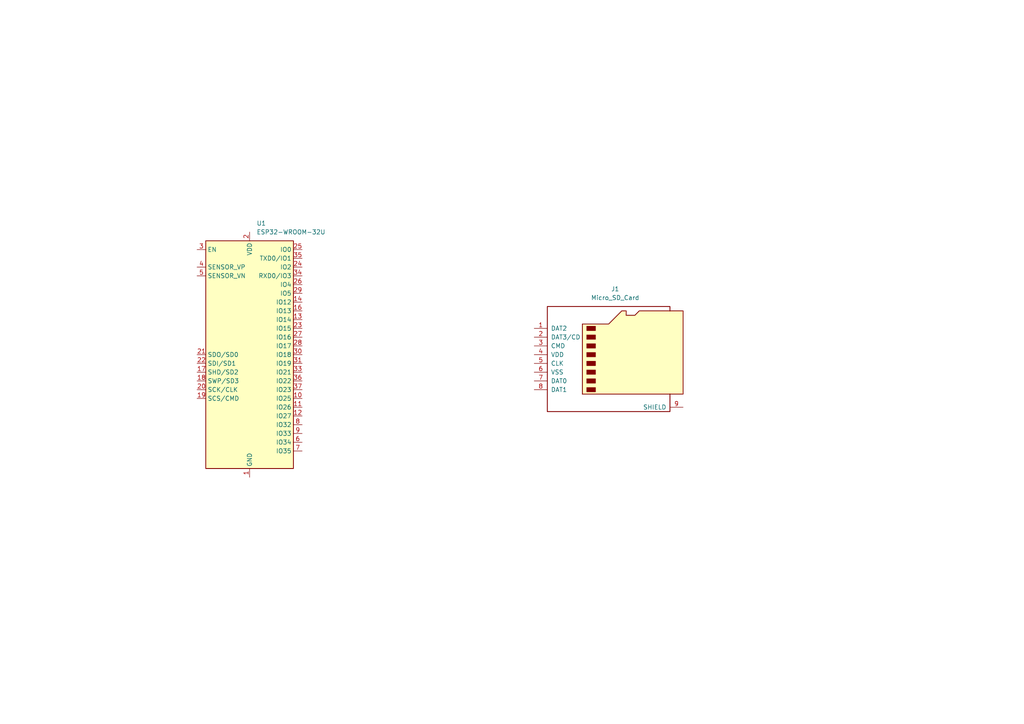
<source format=kicad_sch>
(kicad_sch (version 20211123) (generator eeschema)
  (paper "A4")
  (lib_symbols
    (symbol "Connector:Micro_SD_Card" (pin_names (offset 1.016))
      (property "Reference" "J" (at -16.51 15.24 0))
      (property "Value" "Micro_SD_Card" (at 16.51 15.24 0))
      (symbol "Micro_SD_Card_0_1"
        (rectangle (start -7.62 -9.525) (end -5.08 -10.795) (fill (type outline)))
        (rectangle (start -7.62 -6.985) (end -5.08 -8.255) (fill (type outline)))
        (rectangle (start -7.62 -4.445) (end -5.08 -5.715) (fill (type outline)))
        (rectangle (start -7.62 -1.905) (end -5.08 -3.175) (fill (type outline)))
        (rectangle (start -7.62 0.635) (end -5.08 -0.635) (fill (type outline)))
        (rectangle (start -7.62 3.175) (end -5.08 1.905) (fill (type outline)))
        (rectangle (start -7.62 5.715) (end -5.08 4.445) (fill (type outline)))
        (rectangle (start -7.62 8.255) (end -5.08 6.985) (fill (type outline)))
        (polyline (pts (xy 16.51 12.7) (xy 16.51 13.97) (xy -19.05 13.97) (xy -19.05 -16.51) (xy 16.51 -16.51) (xy 16.51 -11.43)) (stroke (width 0.254)))
        (polyline (pts (xy -8.89 -11.43) (xy -8.89 8.89) (xy -1.27 8.89) (xy 2.54 12.7) (xy 3.81 12.7) (xy 3.81 11.43) (xy 6.35 11.43) (xy 7.62 12.7) (xy 20.32 12.7) (xy 20.32 -11.43) (xy -8.89 -11.43)) (stroke (width 0.254)) (fill (type background)))
      )
      (symbol "Micro_SD_Card_1_1"
        (pin bidirectional line (at -22.86 7.62 0) (length 3.81) (name "DAT2") (number "1"))
        (pin bidirectional line (at -22.86 5.08 0) (length 3.81) (name "DAT3/CD") (number "2"))
        (pin input line (at -22.86 2.54 0) (length 3.81) (name "CMD") (number "3"))
        (pin power_in line (at -22.86 0 0) (length 3.81) (name "VDD") (number "4"))
        (pin input line (at -22.86 -2.54 0) (length 3.81) (name "CLK") (number "5"))
        (pin power_in line (at -22.86 -5.08 0) (length 3.81) (name "VSS") (number "6"))
        (pin bidirectional line (at -22.86 -7.62 0) (length 3.81) (name "DAT0") (number "7"))
        (pin bidirectional line (at -22.86 -10.16 0) (length 3.81) (name "DAT1") (number "8"))
        (pin passive line (at 20.32 -15.24 180) (length 3.81) (name "SHIELD") (number "9"))
      )
    )
    (symbol "RF_Module:ESP32-WROOM-32U"
      (property "Reference" "U" (at -12.7 34.29 0))
      (property "Value" "ESP32-WROOM-32U" (at 1.27 34.29 0))
      (symbol "ESP32-WROOM-32U_0_1"
        (rectangle (start -12.7 33.02) (end 12.7 -33.02) (stroke (width 0.254)) (fill (type background)))
      )
      (symbol "ESP32-WROOM-32U_1_1"
        (pin power_in line (at 0 -35.56 90) (length 2.54) (name "GND") (number "1"))
        (pin bidirectional line (at 15.24 -12.7 180) (length 2.54) (name "IO25") (number "10"))
        (pin bidirectional line (at 15.24 -15.24 180) (length 2.54) (name "IO26") (number "11"))
        (pin bidirectional line (at 15.24 -17.78 180) (length 2.54) (name "IO27") (number "12"))
        (pin bidirectional line (at 15.24 10.16 180) (length 2.54) (name "IO14") (number "13"))
        (pin bidirectional line (at 15.24 15.24 180) (length 2.54) (name "IO12") (number "14"))
        (pin passive line (at 0 -35.56 90) (length 2.54) hide (name "GND") (number "15"))
        (pin bidirectional line (at 15.24 12.7 180) (length 2.54) (name "IO13") (number "16"))
        (pin bidirectional line (at -15.24 -5.08 0) (length 2.54) (name "SHD/SD2") (number "17"))
        (pin bidirectional line (at -15.24 -7.62 0) (length 2.54) (name "SWP/SD3") (number "18"))
        (pin bidirectional line (at -15.24 -12.7 0) (length 2.54) (name "SCS/CMD") (number "19"))
        (pin power_in line (at 0 35.56 270) (length 2.54) (name "VDD") (number "2"))
        (pin bidirectional line (at -15.24 -10.16 0) (length 2.54) (name "SCK/CLK") (number "20"))
        (pin bidirectional line (at -15.24 0 0) (length 2.54) (name "SDO/SD0") (number "21"))
        (pin bidirectional line (at -15.24 -2.54 0) (length 2.54) (name "SDI/SD1") (number "22"))
        (pin bidirectional line (at 15.24 7.62 180) (length 2.54) (name "IO15") (number "23"))
        (pin bidirectional line (at 15.24 25.4 180) (length 2.54) (name "IO2") (number "24"))
        (pin bidirectional line (at 15.24 30.48 180) (length 2.54) (name "IO0") (number "25"))
        (pin bidirectional line (at 15.24 20.32 180) (length 2.54) (name "IO4") (number "26"))
        (pin bidirectional line (at 15.24 5.08 180) (length 2.54) (name "IO16") (number "27"))
        (pin bidirectional line (at 15.24 2.54 180) (length 2.54) (name "IO17") (number "28"))
        (pin bidirectional line (at 15.24 17.78 180) (length 2.54) (name "IO5") (number "29"))
        (pin input line (at -15.24 30.48 0) (length 2.54) (name "EN") (number "3"))
        (pin bidirectional line (at 15.24 0 180) (length 2.54) (name "IO18") (number "30"))
        (pin bidirectional line (at 15.24 -2.54 180) (length 2.54) (name "IO19") (number "31"))
        (pin no_connect line (at -12.7 -27.94 0) (length 2.54) hide (name "NC") (number "32"))
        (pin bidirectional line (at 15.24 -5.08 180) (length 2.54) (name "IO21") (number "33"))
        (pin bidirectional line (at 15.24 22.86 180) (length 2.54) (name "RXD0/IO3") (number "34"))
        (pin bidirectional line (at 15.24 27.94 180) (length 2.54) (name "TXD0/IO1") (number "35"))
        (pin bidirectional line (at 15.24 -7.62 180) (length 2.54) (name "IO22") (number "36"))
        (pin bidirectional line (at 15.24 -10.16 180) (length 2.54) (name "IO23") (number "37"))
        (pin passive line (at 0 -35.56 90) (length 2.54) hide (name "GND") (number "38"))
        (pin passive line (at 0 -35.56 90) (length 2.54) hide (name "GND") (number "39"))
        (pin input line (at -15.24 25.4 0) (length 2.54) (name "SENSOR_VP") (number "4"))
        (pin input line (at -15.24 22.86 0) (length 2.54) (name "SENSOR_VN") (number "5"))
        (pin input line (at 15.24 -25.4 180) (length 2.54) (name "IO34") (number "6"))
        (pin input line (at 15.24 -27.94 180) (length 2.54) (name "IO35") (number "7"))
        (pin bidirectional line (at 15.24 -20.32 180) (length 2.54) (name "IO32") (number "8"))
        (pin bidirectional line (at 15.24 -22.86 180) (length 2.54) (name "IO33") (number "9"))
      )
    )
  )
  (symbol (lib_id "RF_Module:ESP32-WROOM-32U") (at 72.39 102.87 0) (unit 1)
    (property "Reference" "U1" (at 74.4094 64.77 0) (effects (justify left)))
    (property "Value" "ESP32-WROOM-32U" (at 74.4094 67.31 0) (effects (justify left)))
    (property "Footprint" "RF_Module:ESP32-WROOM-32U" (effects hide))
    (property "Datasheet" "https://www.espressif.com/sites/default/files/documentation/esp32-wroom-32d_esp32-wroom-32u_datasheet_en.pdf" (effects hide))
  )
  (symbol (lib_id "Connector:Micro_SD_Card") (at 177.8 102.87 0) (unit 1)
    (property "Reference" "J1" (at 178.435 83.82 0))
    (property "Value" "Micro_SD_Card" (at 178.435 86.36 0))
    (property "Datasheet" "http://katalog.we-online.de/em/datasheet/693072010801.pdf" (effects hide))
  )
)
</source>
